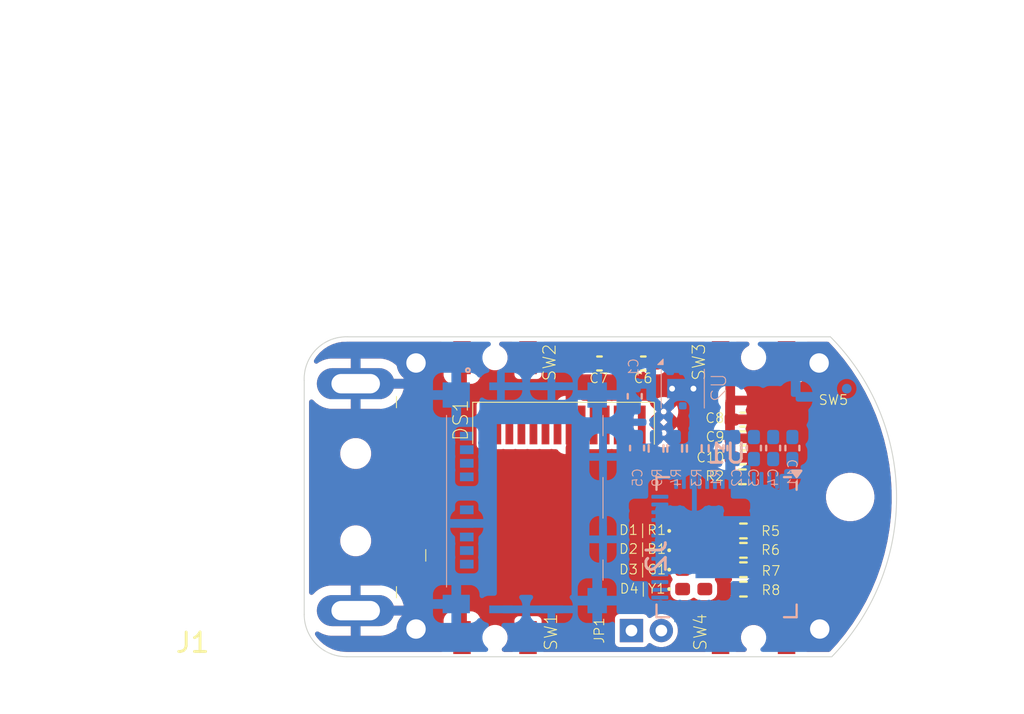
<source format=kicad_pcb>
(kicad_pcb (version 20241229) (generator "pcbnew") (generator_version "9.0")
  (layers (0 "F.Cu" signal) (4 "In1.Cu" signal) (6 "In2.Cu" signal) (8 "In3.Cu" signal) (10 "In4.Cu" signal) (2 "B.Cu" signal) (13 "F.Paste" user) (15 "B.Paste" user) (5 "F.SilkS" user "F.Silkscreen") (7 "B.SilkS" user "B.Silkscreen") (1 "F.Mask" user) (3 "B.Mask" user) (25 "Edge.Cuts" user))
  (net 0 "")
  (net 1 "masa")
  (net 2 "/D+")
  (net 3 "/SCK")
  (net 4 "/BOOT")
  (net 5 "/D-")
  (net 6 "/MOSI")
  (net 7 "/MISO")
  (net 8 "/+3,3V")
  (net 10 "/+5V")
  (net 11 "/CS")
  (net 15 "/SCL")
  (net 16 "/SDA")
  (net 17 "/reset")
  (net 18 "Net-(DS1-C2N)")
  (net 19 "Net-(DS1-C2P)")
  (net 21 "Net-(DS1-C1P)")
  (net 22 "Net-(DS1-C1N)")
  (net 23 "Net-(DS1-VCC)")
  (net 24 "Net-(DS1-VCOMH)")
  (net 26 "Net-(DS1-IREF)")
  (net 27 "Net-(U2-PG)")
  (net 28 "/SW5_TOUCH")
  (net 29 "/SW1")
  (net 30 "/SW4")
  (net 31 "/SW2")
  (net 32 "/SW3")
  (net 38 "Net-(D1|R1-A)")
  (net 39 "Net-(D2|B1-A)")
  (net 40 "Net-(D3|G1-A)")
  (net 41 "Net-(D4|Y1-A)")
  (net 46 "Net-(R9-Pad2)")
  (net 60 "Net-(U1-DVDD-Pad23)")
  (net 64 "Net-(U1-IOVDD-Pad1)")
  (footprint "Resistor_SMD:R_0402_1005Metric_Pad0.72x0.64mm_HandSolder" (layer "F.Cu") (at 124.2689 89.7636 180)
    (property "Reference" "R8" (at -1.4175 -0.05 0) (layer "F.SilkS") (effects (font (size 0.5 0.5) (thickness 0.0508))))
    (property "Value" "220")
    (fp_line (start -0.167621 0.38) (end 0.167621 0.38) (stroke (width 0.12)) (layer "F.SilkS"))
    (fp_line (start -0.167621 -0.38) (end 0.167621 -0.38) (stroke (width 0.12)) (layer "F.SilkS"))
    (pad "1" smd roundrect (at -0.5975 0 180) (size 0.715 0.64) (layers "F.Cu" "F.Mask" "F.Paste") (net 8 "/+3,3V"))
    (pad "2" smd roundrect (at 0.5975 0 180) (size 0.715 0.64) (layers "F.Cu" "F.Mask" "F.Paste") (net 41 "Net-(D4|Y1-A)"))
  )
  (footprint "secure_input_pen:MountingHole_1mm_Pad" (layer "F.Cu") (at 107.4 91.82)
    (property "Reference" "H3" (hide yes))
    (property "Value" "MountingHole_Pad")
    (pad "1" thru_hole circle (at 0 0) (size 2 2) (drill 1) (layers "*.Cu" "*.Mask") (net 1 "masa"))
  )
  (footprint "Resistor_SMD:R_0402_1005Metric_Pad0.72x0.64mm_HandSolder" (layer "F.Cu") (at 124.2689 87.7636 180)
    (property "Reference" "R6" (at -1.39995 0.020534 180) (layer "F.SilkS") (effects (font (size 0.5 0.5) (thickness 0.0508))))
    (property "Value" "68")
    (fp_line (start -0.167621 0.38) (end 0.167621 0.38) (stroke (width 0.12)) (layer "F.SilkS"))
    (fp_line (start -0.167621 -0.38) (end 0.167621 -0.38) (stroke (width 0.12)) (layer "F.SilkS"))
    (pad "1" smd roundrect (at -0.5975 0 180) (size 0.715 0.64) (layers "F.Cu" "F.Mask" "F.Paste") (net 8 "/+3,3V"))
    (pad "2" smd roundrect (at 0.5975 0 180) (size 0.715 0.64) (layers "F.Cu" "F.Mask" "F.Paste") (net 39 "Net-(D2|B1-A)"))
  )
  (footprint "Capacitor_SMD:C_0402_1005Metric_Pad0.74x0.62mm_HandSolder" (layer "F.Cu") (at 124.2381 82.9724)
    (property "Reference" "C10" (at -1.670545 0 0) (layer "F.SilkS") (effects (font (size 0.5 0.5) (thickness 0.0508))))
    (property "Value" "1uF")
    (fp_line (start -0.115835 -0.36) (end 0.115835 -0.36) (stroke (width 0.12)) (layer "F.SilkS"))
    (fp_line (start -0.115835 0.36) (end 0.115835 0.36) (stroke (width 0.12)) (layer "F.SilkS"))
    (pad "1" smd roundrect (at -0.5675 0) (size 0.735 0.62) (layers "F.Cu" "F.Mask" "F.Paste") (net 8 "/+3,3V"))
    (pad "2" smd roundrect (at 0.5675 0) (size 0.735 0.62) (layers "F.Cu" "F.Mask" "F.Paste") (net 1 "masa"))
  )
  (footprint "secure_input_pen:MountingHole_1mm_Pad" (layer "F.Cu") (at 128.2 91.82)
    (property "Reference" "H2" (hide yes))
    (property "Value" "MountingHole_Pad")
    (pad "1" thru_hole circle (at 0 0) (size 2 2) (drill 1) (layers "*.Cu" "*.Mask") (net 1 "masa"))
  )
  (footprint "Button_Switch_SMD:SW_SPST_B3U-3000P-B" (layer "F.Cu") (at 111.47 92.26 180)
    (property "Reference" "SW1" (at -2.8808 0.2866 270) (layer "F.SilkS") (effects (font (size 0.635 0.635) (thickness 0.0508))))
    (property "Value" "B3U-3000P")
    (pad "" np_thru_hole circle (at 0 0 180) (size 0.8 0.8) (drill 0.8) (layers "*.Cu" "*.Mask"))
    (pad "1" smd rect (at -1.7 0 180) (size 0.9 1.7) (layers "F.Cu" "F.Mask" "F.Paste") (net 29 "/SW1"))
    (pad "2" smd rect (at 1.7 0 180) (size 0.9 1.7) (layers "F.Cu" "F.Mask" "F.Paste") (net 1 "masa"))
  )
  (footprint "Resistor_SMD:R_0402_1005Metric_Pad0.72x0.64mm_HandSolder" (layer "F.Cu") (at 124.2181 83.9724)
    (property "Reference" "R2" (at -1.42495 -0.04 0) (layer "F.SilkS") (effects (font (size 0.5 0.5) (thickness 0.0508))))
    (property "Value" "220k")
    (fp_line (start -0.167621 -0.38) (end 0.167621 -0.38) (stroke (width 0.12)) (layer "F.SilkS"))
    (fp_line (start -0.167621 0.38) (end 0.167621 0.38) (stroke (width 0.12)) (layer "F.SilkS"))
    (pad "1" smd roundrect (at -0.5975 0) (size 0.715 0.64) (layers "F.Cu" "F.Mask" "F.Paste") (net 26 "Net-(DS1-IREF)"))
    (pad "2" smd roundrect (at 0.5975 0) (size 0.715 0.64) (layers "F.Cu" "F.Mask" "F.Paste") (net 1 "masa"))
  )
  (footprint "secure_input_pen:OLED-60O032D" (layer "F.Cu") (at 115 80.29 180)
    (property "Reference" "DS1" (at 5.2974 -0.7614 90) (layer "F.SilkS") (effects (font (size 0.75 0.75) (thickness 0.0508))))
    (property "Value" "OLED-60O032D")
    (fp_line (start 4.68 0.16) (end 4.68 -1.975) (stroke (width 0.0508)) (layer "F.SilkS"))
    (fp_line (start -4.66 0.16) (end 4.68 0.16) (stroke (width 0.0508)) (layer "F.SilkS"))
    (fp_line (start -4.68 -2.005) (end -4.68 0.145) (stroke (width 0.0508)) (layer "F.SilkS"))
    (pad "1" smd rect (at -4.03 -1.01 180) (size 0.4 2) (layers "F.Cu" "F.Mask" "F.Paste") (net 19 "Net-(DS1-C2P)"))
    (pad "2" smd rect (at -3.41 -1.01 180) (size 0.4 2) (layers "F.Cu" "F.Mask" "F.Paste") (net 18 "Net-(DS1-C2N)"))
    (pad "3" smd rect (at -2.79 -1.01 180) (size 0.4 2) (layers "F.Cu" "F.Mask" "F.Paste") (net 21 "Net-(DS1-C1P)"))
    (pad "4" smd rect (at -2.17 -1.01 180) (size 0.4 2) (layers "F.Cu" "F.Mask" "F.Paste") (net 22 "Net-(DS1-C1N)"))
    (pad "5" smd rect (at -1.55 -1.01 180) (size 0.4 2) (layers "F.Cu" "F.Mask" "F.Paste") (net 8 "/+3,3V"))
    (pad "6" smd rect (at -0.93 -1.01 180) (size 0.4 2) (layers "F.Cu" "F.Mask" "F.Paste"))
    (pad "7" smd rect (at -0.31 -1.01 180) (size 0.4 2) (layers "F.Cu" "F.Mask" "F.Paste") (net 1 "masa"))
    (pad "8" smd rect (at 0.31 -1.01 180) (size 0.4 2) (layers "F.Cu" "F.Mask" "F.Paste") (net 8 "/+3,3V"))
    (pad "9" smd rect (at 0.93 -1.01 180) (size 0.4 2) (layers "F.Cu" "F.Mask" "F.Paste"))
    (pad "10" smd rect (at 1.55 -1.01 180) (size 0.4 2) (layers "F.Cu" "F.Mask" "F.Paste") (net 15 "/SCL"))
    (pad "11" smd rect (at 2.17 -1.01 180) (size 0.4 2) (layers "F.Cu" "F.Mask" "F.Paste") (net 16 "/SDA"))
    (pad "12" smd rect (at 2.79 -1.01 180) (size 0.4 2) (layers "F.Cu" "F.Mask" "F.Paste") (net 26 "Net-(DS1-IREF)"))
    (pad "13" smd rect (at 3.41 -1.01 180) (size 0.4 2) (layers "F.Cu" "F.Mask" "F.Paste") (net 24 "Net-(DS1-VCOMH)"))
    (pad "14" smd rect (at 4.03 -1.01 180) (size 0.4 2) (layers "F.Cu" "F.Mask" "F.Paste") (net 23 "Net-(DS1-VCC)"))
  )
  (footprint "Button_Switch_SMD:SW_SPST_B3U-3000P-B" (layer "F.Cu") (at 111.47 77.83)
    (property "Reference" "SW2" (at 2.8046 0.2496 90) (layer "F.SilkS") (effects (font (size 0.635 0.635) (thickness 0.0508))))
    (property "Value" "B3U-3000P")
    (pad "" np_thru_hole circle (at 0 0) (size 0.8 0.8) (drill 0.8) (layers "*.Cu" "*.Mask"))
    (pad "1" smd rect (at -1.7 0) (size 0.9 1.7) (layers "F.Cu" "F.Mask" "F.Paste") (net 1 "masa"))
    (pad "2" smd rect (at 1.7 0) (size 0.9 1.7) (layers "F.Cu" "F.Mask" "F.Paste") (net 31 "/SW2"))
  )
  (footprint "secure_input_pen:MountingHole_1mm_Pad" (layer "F.Cu") (at 128.1684 78.105)
    (property "Reference" "H1" (hide yes))
    (property "Value" "MountingHole_Pad")
    (pad "1" thru_hole circle (at 0 0) (size 2 2) (drill 1) (layers "*.Cu" "*.Mask") (net 1 "masa"))
  )
  (footprint "Capacitor_SMD:C_0402_1005Metric_Pad0.74x0.62mm_HandSolder" (layer "F.Cu") (at 124.2381 81.9924)
    (property "Reference" "C9" (at -1.43245 -0.08 0) (layer "F.SilkS") (effects (font (size 0.5 0.5) (thickness 0.0508))))
    (property "Value" "2,2uF")
    (fp_line (start -0.115835 -0.36) (end 0.115835 -0.36) (stroke (width 0.12)) (layer "F.SilkS"))
    (fp_line (start -0.115835 0.36) (end 0.115835 0.36) (stroke (width 0.12)) (layer "F.SilkS"))
    (pad "1" smd roundrect (at -0.5675 0) (size 0.735 0.62) (layers "F.Cu" "F.Mask" "F.Paste") (net 24 "Net-(DS1-VCOMH)"))
    (pad "2" smd roundrect (at 0.5675 0) (size 0.735 0.62) (layers "F.Cu" "F.Mask" "F.Paste") (net 1 "masa"))
  )
  (footprint "LED_SMD:LED_0402_1005Metric_Pad0.77x0.64mm_HandSolder" (layer "F.Cu") (at 121.7075 89.76)
    (property "Reference" "D4|Y1" (at -2.6323 -0.0194 0) (layer "F.SilkS") (effects (font (size 0.5 0.5) (thickness 0.0508))))
    (property "Value" "LED")
    (fp_circle (center -1.265 0) (end -1.215 0) (stroke (width 0.1)) (fill no) (layer "F.SilkS"))
    (pad "1" smd roundrect (at -0.5725 0) (size 0.765 0.64) (layers "F.Cu" "F.Mask" "F.Paste"))
    (pad "2" smd roundrect (at 0.5725 0) (size 0.765 0.64) (layers "F.Cu" "F.Mask" "F.Paste") (net 41 "Net-(D4|Y1-A)"))
  )
  (footprint "LED_SMD:LED_0402_1005Metric_Pad0.77x0.64mm_HandSolder" (layer "F.Cu") (at 121.7075 88.76)
    (property "Reference" "D3|G1" (at -2.6323 -0.0094 0) (layer "F.SilkS") (effects (font (size 0.5 0.5) (thickness 0.0508))))
    (property "Value" "LED")
    (fp_circle (center -1.265 0) (end -1.215 0) (stroke (width 0.1)) (fill no) (layer "F.SilkS"))
    (pad "1" smd roundrect (at -0.5725 0) (size 0.765 0.64) (layers "F.Cu" "F.Mask" "F.Paste"))
    (pad "2" smd roundrect (at 0.5725 0) (size 0.765 0.64) (layers "F.Cu" "F.Mask" "F.Paste") (net 40 "Net-(D3|G1-A)"))
  )
  (footprint "LED_SMD:LED_0402_1005Metric_Pad0.77x0.64mm_HandSolder" (layer "F.Cu") (at 121.71 86.76)
    (property "Reference" "D1|R1" (at -2.6348 -0.0444 0) (layer "F.SilkS") (effects (font (size 0.5 0.5) (thickness 0.0508))))
    (property "Value" "LED")
    (fp_circle (center -1.265 0) (end -1.215 0) (stroke (width 0.1)) (fill no) (layer "F.SilkS"))
    (pad "1" smd roundrect (at -0.5725 0) (size 0.765 0.64) (layers "F.Cu" "F.Mask" "F.Paste"))
    (pad "2" smd roundrect (at 0.5725 0) (size 0.765 0.64) (layers "F.Cu" "F.Mask" "F.Paste") (net 38 "Net-(D1|R1-A)"))
  )
  (footprint "secure_input_pen:MountingHole_1mm_Pad" (layer "F.Cu") (at 107.4 78.105)
    (property "Reference" "H4" (hide yes))
    (property "Value" "MountingHole_Pad")
    (pad "1" thru_hole circle (at 0 0) (size 2 2) (drill 1) (layers "*.Cu" "*.Mask") (net 1 "masa"))
  )
  (footprint "Connector_USB:USB3_A_Plug_Wuerth_692112030100_Horizontal" (layer "F.Cu") (at 95.8924 85.0218 180)
    (property "Reference" "J1" (at 0 -7.5 0) (layer "F.SilkS"))
    (property "Value" "USB3_A")
    (fp_line (start -10.5 4.61) (end -10.5 5.19) (stroke (width 0.0508)) (layer "F.SilkS"))
    (fp_line (start -10.5 -4.61) (end -10.5 -5.19) (stroke (width 0.0508)) (layer "F.SilkS"))
    (fp_line (start -12.01 -2.7) (end -12.01 -3.3) (stroke (width 0.0508)) (layer "F.SilkS"))
    (pad "" np_thru_hole circle (at -8.4 -2.25 270) (size 1.1 1.1) (drill 1.1) (layers "*.Cu" "*.Mask"))
    (pad "" np_thru_hole circle (at -8.4 2.25 270) (size 1.1 1.1) (drill 1.1) (layers "*.Cu" "*.Mask"))
    (pad "1" smd roundrect (at -10.85 -3 270) (size 0.7 1.8) (layers "F.Cu" "F.Mask" "F.Paste") (net 10 "/+5V"))
    (pad "2" smd roundrect (at -10.85 -1 270) (size 0.7 1.8) (layers "F.Cu" "F.Mask" "F.Paste") (net 5 "/D-"))
    (pad "3" smd roundrect (at -10.85 1 270) (size 0.7 1.8) (layers "F.Cu" "F.Mask" "F.Paste") (net 2 "/D+"))
    (pad "4" smd roundrect (at -10.85 3 270) (size 0.7 1.8) (layers "F.Cu" "F.Mask" "F.Paste") (net 1 "masa"))
    (pad "5" smd roundrect (at -10.85 4 270) (size 0.7 1.8) (layers "F.Cu" "F.Mask" "F.Paste"))
    (pad "6" smd roundrect (at -10.85 2 270) (size 0.7 1.8) (layers "F.Cu" "F.Mask" "F.Paste"))
    (pad "7" smd roundrect (at -10.85 0 270) (size 0.7 1.8) (layers "F.Cu" "F.Mask" "F.Paste"))
    (pad "8" smd roundrect (at -10.85 -2 270) (size 0.7 1.8) (layers "F.Cu" "F.Mask" "F.Paste"))
    (pad "9" smd roundrect (at -10.85 -4 180) (size 1.8 0.7) (layers "F.Cu" "F.Mask" "F.Paste"))
    (pad "10" thru_hole oval (at -8.4 -5.85 270) (size 1.6 4) (drill oval 1 2.5) (property pad_prop_heatsink) (layers "*.Cu" "*.Mask") (net 1 "masa"))
    (pad "10" thru_hole oval (at -8.4 5.85 270) (size 1.6 4) (drill oval 1 2.5) (property pad_prop_heatsink) (layers "*.Cu" "*.Mask") (net 1 "masa"))
  )
  (footprint "Capacitor_SMD:C_0402_1005Metric_Pad0.74x0.62mm_HandSolder" (layer "F.Cu") (at 124.2381 81.0224)
    (property "Reference" "C8" (at -1.44495 -0.08 0) (layer "F.SilkS") (effects (font (size 0.5 0.5) (thickness 0.0508))))
    (property "Value" "2,2uF")
    (fp_line (start -0.115835 -0.36) (end 0.115835 -0.36) (stroke (width 0.12)) (layer "F.SilkS"))
    (fp_line (start -0.115835 0.36) (end 0.115835 0.36) (stroke (width 0.12)) (layer "F.SilkS"))
    (pad "1" smd roundrect (at -0.5675 0) (size 0.735 0.62) (layers "F.Cu" "F.Mask" "F.Paste") (net 23 "Net-(DS1-VCC)"))
    (pad "2" smd roundrect (at 0.5675 0) (size 0.735 0.62) (layers "F.Cu" "F.Mask" "F.Paste") (net 1 "masa"))
  )
  (footprint "secure_input_pen:MountingHole_2mm" (layer "F.Cu") (at 129.7686 85.0138)
    (property "Reference" "H5" (hide yes))
    (property "Value" "MountingHole")
    (pad "" np_thru_hole circle (at 0 0) (size 2 2) (drill 2) (layers "F&B.Cu" "*.Mask"))
  )
  (footprint "Button_Switch_SMD:SW_SPST_B3U-3000P-B" (layer "F.Cu") (at 124.79 92.26 180)
    (property "Reference" "SW4" (at 2.743 0.2866 270) (layer "F.SilkS") (effects (font (size 0.635 0.635) (thickness 0.0508))))
    (property "Value" "B3U-3000P")
    (pad "" np_thru_hole circle (at 0 0 180) (size 0.8 0.8) (drill 0.8) (layers "*.Cu" "*.Mask"))
    (pad "1" smd rect (at -1.7 0 180) (size 0.9 1.7) (layers "F.Cu" "F.Mask" "F.Paste") (net 1 "masa"))
    (pad "2" smd rect (at 1.7 0 180) (size 0.9 1.7) (layers "F.Cu" "F.Mask" "F.Paste") (net 30 "/SW4"))
  )
  (footprint "Button_Switch_SMD:SW_SPST_B3U-3000P-B" (layer "F.Cu") (at 124.79 77.83)
    (property "Reference" "SW3" (at -2.8192 0.2242 90) (layer "F.SilkS") (effects (font (size 0.635 0.635) (thickness 0.0508))))
    (property "Value" "B3U-3000P")
    (pad "" np_thru_hole circle (at 0 0) (size 0.8 0.8) (drill 0.8) (layers "*.Cu" "*.Mask"))
    (pad "1" smd rect (at -1.7 0) (size 0.9 1.7) (layers "F.Cu" "F.Mask" "F.Paste") (net 32 "/SW3"))
    (pad "2" smd rect (at 1.7 0) (size 0.9 1.7) (layers "F.Cu" "F.Mask" "F.Paste") (net 1 "masa"))
  )
  (footprint "Resistor_SMD:R_0402_1005Metric_Pad0.72x0.64mm_HandSolder" (layer "F.Cu") (at 124.2689 88.7636 180)
    (property "Reference" "R7" (at -1.4175 -0.06 0) (layer "F.SilkS") (effects (font (size 0.5 0.5) (thickness 0.0508))))
    (property "Value" "220")
    (fp_line (start -0.167621 0.38) (end 0.167621 0.38) (stroke (width 0.12)) (layer "F.SilkS"))
    (fp_line (start -0.167621 -0.38) (end 0.167621 -0.38) (stroke (width 0.12)) (layer "F.SilkS"))
    (pad "1" smd roundrect (at -0.5975 0 180) (size 0.715 0.64) (layers "F.Cu" "F.Mask" "F.Paste") (net 8 "/+3,3V"))
    (pad "2" smd roundrect (at 0.5975 0 180) (size 0.715 0.64) (layers "F.Cu" "F.Mask" "F.Paste") (net 40 "Net-(D3|G1-A)"))
  )
  (footprint "Capacitor_SMD:C_0402_1005Metric_Pad0.74x0.62mm_HandSolder" (layer "F.Cu") (at 119.11 78.13 180)
    (property "Reference" "C6" (at 0.0094 -0.7624 0) (layer "F.SilkS") (effects (font (size 0.5 0.5) (thickness 0.0508))))
    (property "Value" "1uF")
    (fp_line (start -0.115835 0.36) (end 0.115835 0.36) (stroke (width 0.12)) (layer "F.SilkS"))
    (fp_line (start -0.115835 -0.36) (end 0.115835 -0.36) (stroke (width 0.12)) (layer "F.SilkS"))
    (pad "1" smd roundrect (at -0.5675 0 180) (size 0.735 0.62) (layers "F.Cu" "F.Mask" "F.Paste") (net 19 "Net-(DS1-C2P)"))
    (pad "2" smd roundrect (at 0.5675 0 180) (size 0.735 0.62) (layers "F.Cu" "F.Mask" "F.Paste") (net 18 "Net-(DS1-C2N)"))
  )
  (footprint "LED_SMD:LED_0402_1005Metric_Pad0.77x0.64mm_HandSolder" (layer "F.Cu") (at 121.7075 87.76)
    (property "Reference" "D2|B1" (at -2.6323 -0.0694 0) (layer "F.SilkS") (effects (font (size 0.5 0.5) (thickness 0.0508))))
    (property "Value" "LED")
    (fp_circle (center -1.265 0) (end -1.215 0) (stroke (width 0.1)) (fill no) (layer "F.SilkS"))
    (pad "1" smd roundrect (at -0.5725 0) (size 0.765 0.64) (layers "F.Cu" "F.Mask" "F.Paste"))
    (pad "2" smd roundrect (at 0.5725 0) (size 0.765 0.64) (layers "F.Cu" "F.Mask" "F.Paste") (net 39 "Net-(D2|B1-A)"))
  )
  (footprint "Resistor_SMD:R_0402_1005Metric_Pad0.72x0.64mm_HandSolder" (layer "F.Cu") (at 124.2689 86.7636 180)
    (property "Reference" "R5" (at -1.39995 -0.004466 0) (layer "F.SilkS") (effects (font (size 0.5 0.5) (thickness 0.0508))))
    (property "Value" "220")
    (fp_line (start -0.167621 0.38) (end 0.167621 0.38) (stroke (width 0.12)) (layer "F.SilkS"))
    (fp_line (start -0.167621 -0.38) (end 0.167621 -0.38) (stroke (width 0.12)) (layer "F.SilkS"))
    (pad "1" smd roundrect (at -0.5975 0 180) (size 0.715 0.64) (layers "F.Cu" "F.Mask" "F.Paste") (net 8 "/+3,3V"))
    (pad "2" smd roundrect (at 0.5975 0 180) (size 0.715 0.64) (layers "F.Cu" "F.Mask" "F.Paste") (net 38 "Net-(D1|R1-A)"))
  )
  (footprint "Capacitor_SMD:C_0402_1005Metric_Pad0.74x0.62mm_HandSolder" (layer "F.Cu") (at 116.8525 78.13 180)
    (property "Reference" "C7" (at 0.0379 -0.7624 0) (layer "F.SilkS") (effects (font (size 0.5 0.5) (thickness 0.0508))))
    (property "Value" "1uF")
    (fp_line (start -0.115835 0.36) (end 0.115835 0.36) (stroke (width 0.12)) (layer "F.SilkS"))
    (fp_line (start -0.115835 -0.36) (end 0.115835 -0.36) (stroke (width 0.12)) (layer "F.SilkS"))
    (pad "1" smd roundrect (at -0.5675 0 180) (size 0.735 0.62) (layers "F.Cu" "F.Mask" "F.Paste") (net 21 "Net-(DS1-C1P)"))
    (pad "2" smd roundrect (at 0.5675 0 180) (size 0.735 0.62) (layers "F.Cu" "F.Mask" "F.Paste") (net 22 "Net-(DS1-C1N)"))
  )
  (footprint "Connector_PinHeader_2.54mm:PinHeader_1x02_P2.54mm_Vertical" (layer "F.Cu") (at 118.5 91.9 90)
    (property "Reference" "JP1" (at 0 -1.66 90) (layer "F.SilkS") (effects (font (size 0.5 0.5) (thickness 0.0508))))
    (property "Value" "boot")
    (pad "1" thru_hole rect (at 0 0 90) (size 1.2 1.2) (drill 0.6) (layers "*.Cu" "*.Mask") (net 4 "/BOOT"))
    (pad "2" thru_hole circle (at 0 1.54 90) (size 1.2 1.2) (drill 0.6) (layers "*.Cu" "*.Mask") (net 8 "/+3,3V"))
  )
  (footprint "Capacitor_SMD:C_0402_1005Metric_Pad0.74x0.62mm_HandSolder" (layer "B.Cu") (at 118.6688 79.8204 -90)
    (property "Reference" "C1" (at -1.4775 0.06 90) (layer "B.SilkS") (effects (font (size 0.5 0.5) (thickness 0.0508)) (justify mirror)))
    (property "Value" "100nF")
    (fp_line (start 0.115835 0.36) (end -0.115835 0.36) (stroke (width 0.12)) (layer "B.SilkS"))
    (fp_line (start 0.115835 -0.36) (end -0.115835 -0.36) (stroke (width 0.12)) (layer "B.SilkS"))
    (pad "1" smd roundrect (at -0.5675 0 270) (size 0.735 0.62) (layers "B.Cu" "B.Mask" "B.Paste") (net 8 "/+3,3V"))
    (pad "2" smd roundrect (at 0.5675 0 270) (size 0.735 0.62) (layers "B.Cu" "B.Mask" "B.Paste") (net 1 "masa"))
  )
  (footprint "Resistor_SMD:R_0402_1005Metric_Pad0.72x0.64mm_HandSolder" (layer "B.Cu") (at 120.728 82.5105 90)
    (property "Reference" "R4" (at -1.504 0.0766 90) (layer "B.SilkS") (effects (font (size 0.5 0.5) (thickness 0.0508)) (justify mirror)))
    (property "Value" "4,7k")
    (fp_line (start 0.167621 -0.38) (end -0.167621 -0.38) (stroke (width 0.12)) (layer "B.SilkS"))
    (fp_line (start 0.167621 0.38) (end -0.167621 0.38) (stroke (width 0.12)) (layer "B.SilkS"))
    (pad "1" smd roundrect (at -0.5975 0 90) (size 0.715 0.64) (layers "B.Cu" "B.Mask" "B.Paste") (net 8 "/+3,3V"))
    (pad "2" smd roundrect (at 0.5975 0 90) (size 0.715 0.64) (layers "B.Cu" "B.Mask" "B.Paste") (net 16 "/SDA"))
  )
  (footprint "secure_input_pen_foots:GCT_MEM2085-00-115-00-A_REV0.2" (layer "B.Cu") (at 113.004 85.056 90)
    (property "Reference" "J2" (at -3.025 6.785 270) (layer "B.SilkS") (effects (justify mirror)))
    (property "Value" "MEM2085-00-115-00-A_REV0.2")
    (fp_line (start -4.6 -4.03) (end 4.25 -4.03) (stroke (width 0.0508)) (layer "B.SilkS"))
    (fp_line (start 3.2 4.03) (end 4.25 4.03) (stroke (width 0.0508)) (layer "B.SilkS"))
    (fp_line (start -1.05 4.03) (end 1.05 4.03) (stroke (width 0.0508)) (layer "B.SilkS"))
    (fp_line (start -4.25 4.03) (end -3.2 4.03) (stroke (width 0.0508)) (layer "B.SilkS"))
    (fp_circle (center 6.58 -2.93) (end 6.68 -2.93) (stroke (width 0.1016)) (fill no) (layer "B.SilkS"))
    (pad "CD" smd rect (at -2.02 -2.99 90) (size 0.45 0.7) (layers "B.Cu" "B.Mask" "B.Paste"))
    (pad "G1" smd rect (at -5.475 -3.53 90) (size 0.95 1.4) (layers "B.Cu" "B.Mask" "B.Paste") (net 1 "masa"))
    (pad "G2" smd rect (at 5.3 -3.53 90) (size 1.3 1.4) (layers "B.Cu" "B.Mask" "B.Paste") (net 1 "masa"))
    (pad "G3" smd rect (at 5.75 -1.23 90) (size 0.4 1.2) (layers "B.Cu" "B.Mask" "B.Paste") (net 1 "masa"))
    (pad "G4" smd rect (at 5.75 1.37 90) (size 0.4 1.2) (layers "B.Cu" "B.Mask" "B.Paste") (net 1 "masa"))
    (pad "G5" smd rect (at 5.3 3.73 90) (size 1.3 1) (layers "B.Cu" "B.Mask" "B.Paste") (net 1 "masa"))
    (pad "G6" smd rect (at 2.11 4.03 90) (size 1.4 0.4) (layers "B.Cu" "B.Mask" "B.Paste") (net 1 "masa"))
    (pad "G7" smd rect (at -2.14 4.03 90) (size 1.4 0.4) (layers "B.Cu" "B.Mask" "B.Paste") (net 1 "masa"))
    (pad "G8" smd rect (at -5.3 3.73 90) (size 1.3 1) (layers "B.Cu" "B.Mask" "B.Paste") (net 1 "masa"))
    (pad "G9" smd rect (at -5.75 1.37 90) (size 0.4 1.2) (layers "B.Cu" "B.Mask" "B.Paste") (net 1 "masa"))
    (pad "G10" smd rect (at -5.75 -1.23 90) (size 0.4 1.2) (layers "B.Cu" "B.Mask" "B.Paste") (net 1 "masa"))
    (pad "P1" smd rect (at 3.18 -2.99 90) (size 0.45 0.7) (layers "B.Cu" "B.Mask" "B.Paste"))
    (pad "P2" smd rect (at 2.48 -2.99 90) (size 0.45 0.7) (layers "B.Cu" "B.Mask" "B.Paste") (net 11 "/CS"))
    (pad "P3" smd rect (at 1.78 -2.99 90) (size 0.45 0.7) (layers "B.Cu" "B.Mask" "B.Paste") (net 6 "/MOSI"))
    (pad "P4" smd rect (at 1.08 -2.99 90) (size 0.45 0.7) (layers "B.Cu" "B.Mask" "B.Paste") (net 8 "/+3,3V"))
    (pad "P5" smd rect (at -0.62 -2.99 90) (size 0.45 0.7) (layers "B.Cu" "B.Mask" "B.Paste") (net 3 "/SCK"))
    (pad "P6" smd rect (at -1.32 -2.99 90) (size 0.45 0.7) (layers "B.Cu" "B.Mask" "B.Paste") (net 1 "masa"))
    (pad "P7" smd rect (at -2.72 -2.99 90) (size 0.45 0.7) (layers "B.Cu" "B.Mask" "B.Paste") (net 7 "/MISO"))
    (pad "P8" smd rect (at -3.42 -2.99 90) (size 0.45 0.7) (layers "B.Cu" "B.Mask" "B.Paste"))
    (zone (net 0) (net_name "") (layer "B.Cu") (connect_pads (clearance 0)) (min_thickness 0.01)
      (keepout (tracks not_allowed) (vias not_allowed) (pads not_allowed) (copperpour not_allowed) (footprints allowed))
      (fill (thermal_gap 0.508) (thermal_bridge_width 0.508))
      (polygon (pts (xy 115.414 90.056) (xy 115.414 81.256) (xy 111.564 81.256) (xy 111.564 90.056)))
    )
  )
  (footprint "secure_input_pen:conn_touch" (layer "B.Cu") (at 129.55 79.47 180)
    (property "Reference" "SW5" (at 0.645 -0.54 0) (layer "F.SilkS") (effects (font (size 0.5 0.5) (thickness 0.0508))))
    (property "Value" "sensor dotykowy")
    (pad "1" smd circle (at -0.04 0.04 180) (size 0.5 0.5) (layers "B.Cu" "B.Mask" "B.Paste") (net 46 "Net-(R9-Pad2)"))
  )
  (footprint "Resistor_SMD:R_0402_1005Metric_Pad0.72x0.64mm_HandSolder" (layer "B.Cu") (at 121.738 82.5105 90)
    (property "Reference" "R3" (at -1.504 0.1246 90) (layer "B.SilkS") (effects (font (size 0.5 0.5) (thickness 0.0508)) (justify mirror)))
    (property "Value" "4,7k")
    (fp_line (start 0.167621 -0.38) (end -0.167621 -0.38) (stroke (width 0.12)) (layer "B.SilkS"))
    (fp_line (start 0.167621 0.38) (end -0.167621 0.38) (stroke (width 0.12)) (layer "B.SilkS"))
    (pad "1" smd roundrect (at -0.5975 0 90) (size 0.715 0.64) (layers "B.Cu" "B.Mask" "B.Paste") (net 8 "/+3,3V"))
    (pad "2" smd roundrect (at 0.5975 0 90) (size 0.715 0.64) (layers "B.Cu" "B.Mask" "B.Paste") (net 15 "/SCL"))
  )
  (footprint "Resistor_SMD:R_0402_1005Metric_Pad0.72x0.64mm_HandSolder" (layer "B.Cu") (at 119.768 82.5105 90)
    (property "Reference" "R9" (at -1.504 0.0566 90) (layer "B.SilkS") (effects (font (size 0.5 0.5) (thickness 0.0508)) (justify mirror)))
    (property "Value" "1M")
    (fp_line (start 0.167621 -0.38) (end -0.167621 -0.38) (stroke (width 0.12)) (layer "B.SilkS"))
    (fp_line (start 0.167621 0.38) (end -0.167621 0.38) (stroke (width 0.12)) (layer "B.SilkS"))
    (pad "1" smd roundrect (at -0.5975 0 90) (size 0.715 0.64) (layers "B.Cu" "B.Mask" "B.Paste") (net 8 "/+3,3V"))
    (pad "2" smd roundrect (at 0.5975 0 90) (size 0.715 0.64) (layers "B.Cu" "B.Mask" "B.Paste") (net 46 "Net-(R9-Pad2)"))
  )
  (footprint "Capacitor_SMD:C_0402_1005Metric_Pad0.74x0.62mm_HandSolder" (layer "B.Cu") (at 124.8096 82.4905 -90)
    (property "Reference" "C3" (at 1.524 0 90) (layer "B.SilkS") (effects (font (size 0.5 0.5) (thickness 0.0508)) (justify mirror)))
    (property "Value" "1uF")
    (fp_line (start 0.115835 0.36) (end -0.115835 0.36) (stroke (width 0.12)) (layer "B.SilkS"))
    (fp_line (start 0.115835 -0.36) (end -0.115835 -0.36) (stroke (width 0.12)) (layer "B.SilkS"))
    (pad "1" smd roundrect (at -0.5675 0 270) (size 0.735 0.62) (layers "B.Cu" "B.Mask" "B.Paste") (net 8 "/+3,3V"))
    (pad "2" smd roundrect (at 0.5675 0 270) (size 0.735 0.62) (layers "B.Cu" "B.Mask" "B.Paste") (net 1 "masa"))
  )
  (footprint "Resistor_SMD:R_0402_1005Metric_Pad0.72x0.64mm_HandSolder" (layer "B.Cu") (at 122.8596 82.5105 -90)
    (property "Reference" "R1" (at 1.504 0 90) (layer "B.SilkS") (effects (font (size 0.5 0.5) (thickness 0.0508)) (justify mirror)))
    (property "Value" "4,7k")
    (fp_line (start 0.167621 0.38) (end -0.167621 0.38) (stroke (width 0.12)) (layer "B.SilkS"))
    (fp_line (start 0.167621 -0.38) (end -0.167621 -0.38) (stroke (width 0.12)) (layer "B.SilkS"))
    (pad "1" smd roundrect (at -0.5975 0 270) (size 0.715 0.64) (layers "B.Cu" "B.Mask" "B.Paste") (net 8 "/+3,3V"))
    (pad "2" smd roundrect (at 0.5975 0 270) (size 0.715 0.64) (layers "B.Cu" "B.Mask" "B.Paste") (net 27 "Net-(U2-PG)"))
  )
  (footprint "Capacitor_SMD:C_0402_1005Metric_Pad0.74x0.62mm_HandSolder" (layer "B.Cu") (at 123.7996 82.4905 90)
    (property "Reference" "C2" (at -1.524 0.13 90) (layer "B.SilkS") (effects (font (size 0.5 0.5) (thickness 0.0508)) (justify mirror)))
    (property "Value" "1uF")
    (fp_line (start 0.115835 -0.36) (end -0.115835 -0.36) (stroke (width 0.12)) (layer "B.SilkS"))
    (fp_line (start 0.115835 0.36) (end -0.115835 0.36) (stroke (width 0.12)) (layer "B.SilkS"))
    (pad "1" smd roundrect (at -0.5675 0 90) (size 0.735 0.62) (layers "B.Cu" "B.Mask" "B.Paste") (net 10 "/+5V"))
    (pad "2" smd roundrect (at 0.5675 0 90) (size 0.735 0.62) (layers "B.Cu" "B.Mask" "B.Paste") (net 1 "masa"))
  )
  (footprint "Capacitor_SMD:C_0402_1005Metric_Pad0.74x0.62mm_HandSolder" (layer "B.Cu") (at 125.7996 82.4905 -90)
    (property "Reference" "C4" (at 1.524 0 90) (layer "B.SilkS") (effects (font (size 0.5 0.5) (thickness 0.0508)) (justify mirror)))
    (property "Value" "100nF")
    (fp_line (start 0.115835 0.36) (end -0.115835 0.36) (stroke (width 0.12)) (layer "B.SilkS"))
    (fp_line (start 0.115835 -0.36) (end -0.115835 -0.36) (stroke (width 0.12)) (layer "B.SilkS"))
    (pad "1" smd roundrect (at -0.5675 0 270) (size 0.735 0.62) (layers "B.Cu" "B.Mask" "B.Paste") (net 17 "/reset"))
    (pad "2" smd roundrect (at 0.5675 0 270) (size 0.735 0.62) (layers "B.Cu" "B.Mask" "B.Paste") (net 1 "masa"))
  )
  (footprint "Package_SON:WSON-6-1EP_2x2mm_P0.65mm_EP1x1.6mm_ThermalVias" (layer "B.Cu") (at 121.143 79.4273 -90)
    (property "Reference" "U2" (at -0.0525 -1.8625 90) (layer "B.SilkS") (effects (font (size 0.75 0.75) (thickness 0.0508)) (justify mirror)))
    (property "Value" "LP5912-3.3DRV")
    (fp_line (start 1 1.11) (end -1 1.11) (stroke (width 0.0508)) (layer "B.SilkS"))
    (fp_line (start 1 -1.11) (end -1 -1.11) (stroke (width 0.0508)) (layer "B.SilkS"))
    (fp_poly (pts (xy -1.24 1.01) (xy -1.52 1.01) (xy -1.24 1.29) (xy -1.24 1.01)) (stroke (width 0.0508)) (fill yes) (layer "B.SilkS"))
    (pad "1" smd roundrect (at -0.8875 0.65 270) (size 0.375 0.4) (layers "B.Cu" "B.Mask" "B.Paste") (net 8 "/+3,3V"))
    (pad "2" smd roundrect (at -0.8875 0 270) (size 0.375 0.4) (layers "B.Cu" "B.Mask" "B.Paste"))
    (pad "3" smd roundrect (at -0.8875 -0.65 270) (size 0.375 0.4) (layers "B.Cu" "B.Mask" "B.Paste") (net 27 "Net-(U2-PG)"))
    (pad "4" smd roundrect (at 0.8875 -0.65 270) (size 0.375 0.4) (layers "B.Cu" "B.Mask" "B.Paste") (net 10 "/+5V"))
    (pad "5" smd roundrect (at 0.8875 0 270) (size 0.375 0.4) (layers "B.Cu" "B.Mask" "B.Paste") (net 1 "masa"))
    (pad "6" smd roundrect (at 0.8875 0.65 270) (size 0.375 0.4) (layers "B.Cu" "B.Mask" "B.Paste") (net 10 "/+5V"))
    (pad "7" thru_hole circle (at 0 -0.55 270) (size 0.5 0.5) (drill 0.3) (property pad_prop_heatsink) (layers "*.Cu") (net 1 "masa"))
    (pad "7" smd rect (at 0 0 270) (size 0.5 1.6) (property pad_prop_heatsink) (layers "F.Cu") (net 1 "masa"))
    (pad "7" smd rect (at 0 0 270) (size 1 1.6) (property pad_prop_heatsink) (layers "B.Cu" "B.Mask") (net 1 "masa"))
    (pad "7" thru_hole circle (at 0 0.55 270) (size 0.5 0.5) (drill 0.3) (property pad_prop_heatsink) (layers "*.Cu") (net 1 "masa"))
  )
  (footprint "Capacitor_SMD:C_0402_1005Metric_Pad0.74x0.62mm_HandSolder" (layer "B.Cu") (at 118.788 82.4905 90)
    (property "Reference" "C5" (at -1.524 0.0266 90) (layer "B.SilkS") (effects (font (size 0.5 0.5) (thickness 0.0508)) (justify mirror)))
    (property "Value" "100nF")
    (fp_line (start 0.115835 -0.36) (end -0.115835 -0.36) (stroke (width 0.12)) (layer "B.SilkS"))
    (fp_line (start 0.115835 0.36) (end -0.115835 0.36) (stroke (width 0.12)) (layer "B.SilkS"))
    (pad "1" smd roundrect (at -0.5675 0 90) (size 0.735 0.62) (layers "B.Cu" "B.Mask" "B.Paste") (net 8 "/+3,3V"))
    (pad "2" smd roundrect (at 0.5675 0 90) (size 0.735 0.62) (layers "B.Cu" "B.Mask" "B.Paste") (net 1 "masa"))
  )
  (footprint "Package_DFN_QFN:QFN-56-1EP_7x7mm_P0.4mm_EP3.2x3.2mm" (layer "B.Cu") (at 123.4 87.6 180)
    (property "Reference" "U1" (at 0 4.83 0) (layer "B.SilkS") (effects (justify mirror)))
    (property "Value" "RP2040")
    (fp_line (start 3.61 3.61) (end 3.61 2.96) (stroke (width 0.12)) (layer "B.SilkS"))
    (fp_line (start 3.61 -3.61) (end 3.61 -2.96) (stroke (width 0.12)) (layer "B.SilkS"))
    (fp_line (start 2.96 3.61) (end 3.61 3.61) (stroke (width 0.12)) (layer "B.SilkS"))
    (fp_line (start 2.96 -3.61) (end 3.61 -3.61) (stroke (width 0.12)) (layer "B.SilkS"))
    (fp_line (start -2.96 3.61) (end -3.31 3.61) (stroke (width 0.12)) (layer "B.SilkS"))
    (fp_line (start -2.96 -3.61) (end -3.61 -3.61) (stroke (width 0.12)) (layer "B.SilkS"))
    (fp_line (start -3.61 2.96) (end -3.61 3.37) (stroke (width 0.12)) (layer "B.SilkS"))
    (fp_line (start -3.61 -3.61) (end -3.61 -2.96) (stroke (width 0.12)) (layer "B.SilkS"))
    (fp_poly (pts (xy -3.61 3.61) (xy -3.85 3.94) (xy -3.37 3.94)) (stroke (width 0.12)) (fill yes) (layer "B.SilkS"))
    (pad "1" smd roundrect (at -3.4375 2.6 180) (size 0.875 0.2) (layers "B.Cu" "B.Mask" "B.Paste") (net 64 "Net-(U1-IOVDD-Pad1)"))
    (pad "2" smd roundrect (at -3.4375 2.2 180) (size 0.875 0.2) (layers "B.Cu" "B.Mask" "B.Paste"))
    (pad "3" smd roundrect (at -3.4375 1.8 180) (size 0.875 0.2) (layers "B.Cu" "B.Mask" "B.Paste"))
    (pad "4" smd roundrect (at -3.4375 1.4 180) (size 0.875 0.2) (layers "B.Cu" "B.Mask" "B.Paste"))
    (pad "5" smd roundrect (at -3.4375 1 180) (size 0.875 0.2) (layers "B.Cu" "B.Mask" "B.Paste"))
    (pad "6" smd roundrect (at -3.4375 0.6 180) (size 0.875 0.2) (layers "B.Cu" "B.Mask" "B.Paste"))
    (pad "7" smd roundrect (at -3.4375 0.2 180) (size 0.875 0.2) (layers "B.Cu" "B.Mask" "B.Paste"))
    (pad "8" smd roundrect (at -3.4375 -0.2 180) (size 0.875 0.2) (layers "B.Cu" "B.Mask" "B.Paste"))
    (pad "9" smd roundrect (at -3.4375 -0.6 180) (size 0.875 0.2) (layers "B.Cu" "B.Mask" "B.Paste") (net 29 "/SW1"))
    (pad "10" smd roundrect (at -3.4375 -1 180) (size 0.875 0.2) (layers "B.Cu" "B.Mask" "B.Paste") (net 64 "Net-(U1-IOVDD-Pad1)"))
    (pad "11" smd roundrect (at -3.4375 -1.4 180) (size 0.875 0.2) (layers "B.Cu" "B.Mask" "B.Paste") (net 31 "/SW2"))
    (pad "12" smd roundrect (at -3.4375 -1.8 180) (size 0.875 0.2) (layers "B.Cu" "B.Mask" "B.Paste") (net 32 "/SW3"))
    (pad "13" smd roundrect (at -3.4375 -2.2 180) (size 0.875 0.2) (layers "B.Cu" "B.Mask" "B.Paste") (net 30 "/SW4"))
    (pad "14" smd roundrect (at -3.4375 -2.6 180) (size 0.875 0.2) (layers "B.Cu" "B.Mask" "B.Paste") (net 28 "/SW5_TOUCH"))
    (pad "15" smd roundrect (at -2.6 -3.4375 180) (size 0.2 0.875) (layers "B.Cu" "B.Mask" "B.Paste"))
    (pad "16" smd roundrect (at -2.2 -3.4375 180) (size 0.2 0.875) (layers "B.Cu" "B.Mask" "B.Paste"))
    (pad "17" smd roundrect (at -1.8 -3.4375 180) (size 0.2 0.875) (layers "B.Cu" "B.Mask" "B.Paste"))
    (pad "18" smd roundrect (at -1.4 -3.4375 180) (size 0.2 0.875) (layers "B.Cu" "B.Mask" "B.Paste"))
    (pad "19" smd roundrect (at -1 -3.4375 180) (size 0.2 0.875) (layers "B.Cu" "B.Mask" "B.Paste"))
    (pad "20" smd roundrect (at -0.6 -3.4375 180) (size 0.2 0.875) (layers "B.Cu" "B.Mask" "B.Paste"))
    (pad "21" smd roundrect (at -0.2 -3.4375 180) (size 0.2 0.875) (layers "B.Cu" "B.Mask" "B.Paste"))
    (pad "22" smd roundrect (at 0.2 -3.4375 180) (size 0.2 0.875) (layers "B.Cu" "B.Mask" "B.Paste") (net 64 "Net-(U1-IOVDD-Pad1)"))
    (pad "23" smd roundrect (at 0.6 -3.4375 180) (size 0.2 0.875) (layers "B.Cu" "B.Mask" "B.Paste") (net 60 "Net-(U1-DVDD-Pad23)"))
    (pad "24" smd roundrect (at 1 -3.4375 180) (size 0.2 0.875) (layers "B.Cu" "B.Mask" "B.Paste"))
    (pad "25" smd roundrect (at 1.4 -3.4375 180) (size 0.2 0.875) (layers "B.Cu" "B.Mask" "B.Paste"))
    (pad "26" smd roundrect (at 1.8 -3.4375 180) (size 0.2 0.875) (layers "B.Cu" "B.Mask" "B.Paste") (net 17 "/reset"))
    (pad "27" smd roundrect (at 2.2 -3.4375 180) (size 0.2 0.875) (layers "B.Cu" "B.Mask" "B.Paste"))
    (pad "28" smd roundrect (at 2.6 -3.4375 180) (size 0.2 0.875) (layers "B.Cu" "B.Mask" "B.Paste"))
    (pad "29" smd roundrect (at 3.4375 -2.6 180) (size 0.875 0.2) (layers "B.Cu" "B.Mask" "B.Paste"))
    (pad "30" smd roundrect (at 3.4375 -2.2 180) (size 0.875 0.2) (layers "B.Cu" "B.Mask" "B.Paste"))
    (pad "31" smd roundrect (at 3.4375 -1.8 180) (size 0.875 0.2) (layers "B.Cu" "B.Mask" "B.Paste"))
    (pad "32" smd roundrect (at 3.4375 -1.4 180) (size 0.875 0.2) (layers "B.Cu" "B.Mask" "B.Paste"))
    (pad "33" smd roundrect (at 3.4375 -1 180) (size 0.875 0.2) (layers "B.Cu" "B.Mask" "B.Paste") (net 64 "Net-(U1-IOVDD-Pad1)"))
    (pad "34" smd roundrect (at 3.4375 -0.6 180) (size 0.875 0.2) (layers "B.Cu" "B.Mask" "B.Paste"))
    (pad "35" smd roundrect (at 3.4375 -0.2 180) (size 0.875 0.2) (layers "B.Cu" "B.Mask" "B.Paste"))
    (pad "36" smd roundrect (at 3.4375 0.2 180) (size 0.875 0.2) (layers "B.Cu" "B.Mask" "B.Paste"))
    (pad "37" smd roundrect (at 3.4375 0.6 180) (size 0.875 0.2) (layers "B.Cu" "B.Mask" "B.Paste"))
    (pad "38" smd roundrect (at 3.4375 1 180) (size 0.875 0.2) (layers "B.Cu" "B.Mask" "B.Paste"))
    (pad "39" smd roundrect (at 3.4375 1.4 180) (size 0.875 0.2) (layers "B.Cu" "B.Mask" "B.Paste"))
    (pad "40" smd roundrect (at 3.4375 1.8 180) (size 0.875 0.2) (layers "B.Cu" "B.Mask" "B.Paste"))
    (pad "41" smd roundrect (at 3.4375 2.2 180) (size 0.875 0.2) (layers "B.Cu" "B.Mask" "B.Paste"))
    (pad "42" smd roundrect (at 3.4375 2.6 180) (size 0.875 0.2) (layers "B.Cu" "B.Mask" "B.Paste") (net 64 "Net-(U1-IOVDD-Pad1)"))
    (pad "43" smd roundrect (at 2.6 3.4375 180) (size 0.2 0.875) (layers "B.Cu" "B.Mask" "B.Paste"))
    (pad "44" smd roundrect (at 2.2 3.4375 180) (size 0.2 0.875) (layers "B.Cu" "B.Mask" "B.Paste"))
    (pad "45" smd roundrect (at 1.8 3.4375 180) (size 0.2 0.875) (layers "B.Cu" "B.Mask" "B.Paste"))
    (pad "46" smd roundrect (at 1.4 3.4375 180) (size 0.2 0.875) (layers "B.Cu" "B.Mask" "B.Paste") (net 5 "/D-"))
    (pad "47" smd roundrect (at 1 3.4375 180) (size 0.2 0.875) (layers "B.Cu" "B.Mask" "B.Paste") (net 2 "/D+"))
    (pad "48" smd roundrect (at 0.6 3.4375 180) (size 0.2 0.875) (layers "B.Cu" "B.Mask" "B.Paste"))
    (pad "49" smd roundrect (at 0.2 3.4375 180) (size 0.2 0.875) (layers "B.Cu" "B.Mask" "B.Paste") (net 64 "Net-(U1-IOVDD-Pad1)"))
    (pad "50" smd roundrect (at -0.2 3.4375 180) (size 0.2 0.875) (layers "B.Cu" "B.Mask" "B.Paste") (net 60 "Net-(U1-DVDD-Pad23)"))
    (pad "51" smd roundrect (at -0.6 3.4375 180) (size 0.2 0.875) (layers "B.Cu" "B.Mask" "B.Paste"))
    (pad "52" smd roundrect (at -1 3.4375 180) (size 0.2 0.875) (layers "B.Cu" "B.Mask" "B.Paste"))
    (pad "53" smd roundrect (at -1.4 3.4375 180) (size 0.2 0.875) (layers "B.Cu" "B.Mask" "B.Paste"))
    (pad "54" smd roundrect (at -1.8 3.4375 180) (size 0.2 0.875) (layers "B.Cu" "B.Mask" "B.Paste"))
    (pad "55" smd roundrect (at -2.2 3.4375 180) (size 0.2 0.875) (layers "B.Cu" "B.Mask" "B.Paste"))
    (pad "56" smd roundrect (at -2.6 3.4375 180) (size 0.2 0.875) (layers "B.Cu" "B.Mask" "B.Paste"))
    (pad "57" smd rect (at 0 0 180) (size 3.2 3.2) (property pad_prop_heatsink) (layers "B.Cu" "B.Mask") (net 1 "masa"))
  )
  (footprint "Capacitor_SMD:C_0402_1005Metric_Pad0.74x0.62mm_HandSolder" (layer "B.Cu") (at 126.7902 82.4905 90)
    (property "Reference" "C11" (at -1.285905 0.02 90) (layer "B.SilkS") (effects (font (size 0.5 0.5) (thickness 0.0508)) (justify mirror)))
    (property "Value" "1uF")
    (fp_line (start 0.115835 -0.36) (end -0.115835 -0.36) (stroke (width 0.12)) (layer "B.SilkS"))
    (fp_line (start 0.115835 0.36) (end -0.115835 0.36) (stroke (width 0.12)) (layer "B.SilkS"))
    (pad "1" smd roundrect (at -0.5675 0 90) (size 0.735 0.62) (layers "B.Cu" "B.Mask" "B.Paste") (net 8 "/+3,3V"))
    (pad "2" smd roundrect (at 0.5675 0 90) (size 0.735 0.62) (layers "B.Cu" "B.Mask" "B.Paste") (net 1 "masa"))
  )
  (gr_arc (start 128.749474 76.754607) (mid 132.15773 84.987882) (end 128.82 93.25) (stroke (width 0.05)) (layer "Edge.Cuts"))
  (gr_line (start 103.881816 76.756308) (end 128.754416 76.756308) (stroke (width 0.05)) (layer "Edge.Cuts"))
  (gr_arc (start 103.832508 93.248276) (mid 102.280307 92.617857) (end 101.640823 91.069369) (stroke (width 0.05)) (layer "Edge.Cuts"))
  (gr_line (start 103.83 93.25) (end 128.82 93.25) (stroke (width 0.05)) (layer "Edge.Cuts"))
  (gr_arc (start 101.640188 78.998908) (mid 102.273182 77.39) (end 103.881816 76.756308) (stroke (width 0.05)) (layer "Edge.Cuts"))
  (gr_line (start 101.640823 78.998277) (end 101.640823 91.069369) (stroke (width 0.05)) (layer "Edge.Cuts"))
  (zone (net 1) (net_name "masa") (layers "F.Cu" "B.Cu") (connect_pads (clearance 0.25)) (min_thickness 0.25) (fill yes (thermal_gap 0.5) (thermal_bridge_width 0.5))
    (polygon (pts (xy 101.54 76.74) (xy 131.95 76.74) (xy 132.38 93.34) (xy 101.64 93.34)))
  )
)
</source>
